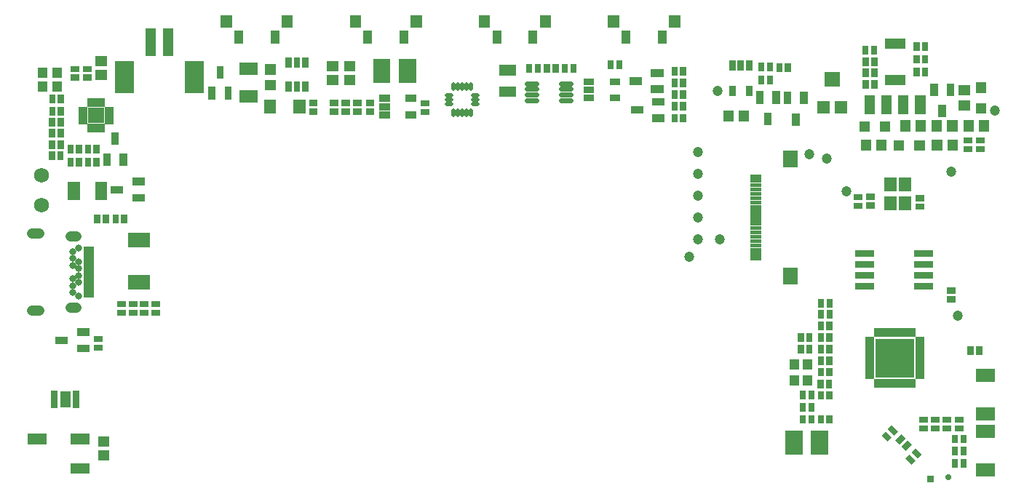
<source format=gts>
G04 Layer: TopSolderMaskLayer*
G04 EasyEDA v6.4.0, 2020-07-10T23:23:17+08:00*
G04 5139bd2fb7c3424f93626a165fee3374,4edbaba1ca844db583ca7d2d7efc84e2,10*
G04 Gerber Generator version 0.2*
G04 Scale: 100 percent, Rotated: No, Reflected: No *
G04 Dimensions in inches *
G04 leading zeros omitted , absolute positions ,2 integer and 4 decimal *
%FSLAX24Y24*%
%MOIN*%
G90*
G70D02*

%ADD87C,0.023748*%
%ADD88C,0.019024*%
%ADD89C,0.047370*%
%ADD96C,0.068000*%
%ADD103C,0.027685*%
%ADD127C,0.031622*%

%LPD*%
G54D87*
G01X23796Y20353D02*
G01X23382Y20353D01*
G01X23796Y20097D02*
G01X23382Y20097D01*
G01X23796Y19842D02*
G01X23382Y19842D01*
G01X23796Y19586D02*
G01X23382Y19586D01*
G01X25370Y19586D02*
G01X24957Y19586D01*
G01X25370Y19842D02*
G01X24957Y19842D01*
G01X25370Y20098D02*
G01X24957Y20098D01*
G01X25370Y20354D02*
G01X24957Y20354D01*
G54D88*
G01X20018Y18897D02*
G01X20018Y19102D01*
G01X20215Y18897D02*
G01X20215Y19102D01*
G01X20412Y18897D02*
G01X20412Y19102D01*
G01X20609Y18897D02*
G01X20609Y19102D01*
G01X20806Y18897D02*
G01X20806Y19102D01*
G01X20920Y19413D02*
G01X21124Y19413D01*
G01X20920Y19610D02*
G01X21124Y19610D01*
G01X20920Y19806D02*
G01X21124Y19806D01*
G01X20806Y20117D02*
G01X20806Y20322D01*
G01X20609Y20117D02*
G01X20609Y20322D01*
G01X20412Y20117D02*
G01X20412Y20322D01*
G01X20215Y20117D02*
G01X20215Y20322D01*
G01X20018Y20117D02*
G01X20018Y20322D01*
G01X19699Y19806D02*
G01X19904Y19806D01*
G01X19699Y19610D02*
G01X19904Y19610D01*
G01X19699Y19413D02*
G01X19904Y19413D01*
G54D89*
G01X2462Y10084D02*
G01X2738Y10084D01*
G01X714Y9942D02*
G01X1029Y9942D01*
G01X714Y13477D02*
G01X1029Y13477D01*
G01X2462Y13336D02*
G01X2738Y13336D01*
G36*
G01X42414Y4404D02*
G01X42414Y4681D01*
G01X42809Y4681D01*
G01X42809Y4404D01*
G01X42414Y4404D01*
G37*
G36*
G01X42414Y4797D02*
G01X42414Y5074D01*
G01X42809Y5074D01*
G01X42809Y4797D01*
G01X42414Y4797D01*
G37*
G36*
G01X16622Y19495D02*
G01X16622Y19831D01*
G01X17119Y19831D01*
G01X17119Y19495D01*
G01X16622Y19495D01*
G37*
G36*
G01X16622Y19121D02*
G01X16622Y19457D01*
G01X17119Y19457D01*
G01X17119Y19121D01*
G01X16622Y19121D01*
G37*
G36*
G01X16622Y18747D02*
G01X16622Y19083D01*
G01X17119Y19083D01*
G01X17119Y18747D01*
G01X16622Y18747D01*
G37*
G36*
G01X17803Y18747D02*
G01X17803Y19083D01*
G01X18301Y19083D01*
G01X18301Y18747D01*
G01X17803Y18747D01*
G37*
G36*
G01X17803Y19495D02*
G01X17803Y19831D01*
G01X18301Y19831D01*
G01X18301Y19495D01*
G01X17803Y19495D01*
G37*
G36*
G01X15994Y18924D02*
G01X15994Y19201D01*
G01X16389Y19201D01*
G01X16389Y18924D01*
G01X15994Y18924D01*
G37*
G36*
G01X15994Y19317D02*
G01X15994Y19594D01*
G01X16389Y19594D01*
G01X16389Y19317D01*
G01X15994Y19317D01*
G37*
G36*
G01X17517Y20377D02*
G01X17517Y21481D01*
G01X18305Y21481D01*
G01X18305Y20377D01*
G01X17517Y20377D01*
G37*
G36*
G01X16335Y20377D02*
G01X16335Y21481D01*
G01X17123Y21481D01*
G01X17123Y20377D01*
G01X16335Y20377D01*
G37*
G36*
G01X18514Y18904D02*
G01X18514Y19181D01*
G01X18909Y19181D01*
G01X18909Y18904D01*
G01X18514Y18904D01*
G37*
G36*
G01X18514Y19297D02*
G01X18514Y19574D01*
G01X18909Y19574D01*
G01X18909Y19297D01*
G01X18514Y19297D01*
G37*
G36*
G01X30389Y20175D02*
G01X30389Y20570D01*
G01X30666Y20570D01*
G01X30666Y20175D01*
G01X30389Y20175D01*
G37*
G36*
G01X29996Y20175D02*
G01X29996Y20570D01*
G01X30272Y20570D01*
G01X30272Y20175D01*
G01X29996Y20175D01*
G37*
G36*
G01X42836Y2741D02*
G01X42836Y3136D01*
G01X43113Y3136D01*
G01X43113Y2741D01*
G01X42836Y2741D01*
G37*
G36*
G01X43230Y2741D02*
G01X43230Y3136D01*
G01X43507Y3136D01*
G01X43507Y2741D01*
G01X43230Y2741D01*
G37*
G36*
G01X43230Y3302D02*
G01X43230Y3697D01*
G01X43507Y3697D01*
G01X43507Y3302D01*
G01X43230Y3302D01*
G37*
G36*
G01X42837Y3302D02*
G01X42837Y3697D01*
G01X43113Y3697D01*
G01X43113Y3302D01*
G01X42837Y3302D01*
G37*
G36*
G01X42836Y3861D02*
G01X42836Y4256D01*
G01X43113Y4256D01*
G01X43113Y3861D01*
G01X42836Y3861D01*
G37*
G36*
G01X43230Y3861D02*
G01X43230Y4256D01*
G01X43507Y4256D01*
G01X43507Y3861D01*
G01X43230Y3861D01*
G37*
G36*
G01X42614Y10717D02*
G01X42614Y10994D01*
G01X43009Y10994D01*
G01X43009Y10717D01*
G01X42614Y10717D01*
G37*
G36*
G01X42614Y10324D02*
G01X42614Y10601D01*
G01X43009Y10601D01*
G01X43009Y10324D01*
G01X42614Y10324D01*
G37*
G36*
G01X37090Y9052D02*
G01X37090Y9447D01*
G01X37367Y9447D01*
G01X37367Y9052D01*
G01X37090Y9052D01*
G37*
G36*
G01X36697Y9052D02*
G01X36697Y9447D01*
G01X36973Y9447D01*
G01X36973Y9052D01*
G01X36697Y9052D01*
G37*
G36*
G01X42964Y4404D02*
G01X42964Y4681D01*
G01X43359Y4681D01*
G01X43359Y4404D01*
G01X42964Y4404D01*
G37*
G36*
G01X42964Y4797D02*
G01X42964Y5074D01*
G01X43359Y5074D01*
G01X43359Y4797D01*
G01X42964Y4797D01*
G37*
G36*
G01X41273Y3161D02*
G01X40993Y3440D01*
G01X41189Y3636D01*
G01X41469Y3356D01*
G01X41273Y3161D01*
G37*
G36*
G01X40994Y2882D02*
G01X40715Y3162D01*
G01X40911Y3357D01*
G01X41190Y3078D01*
G01X40994Y2882D01*
G37*
G36*
G01X40451Y3801D02*
G01X40255Y3996D01*
G01X40534Y4276D01*
G01X40730Y4080D01*
G01X40451Y3801D01*
G37*
G36*
G01X40729Y3522D02*
G01X40534Y3718D01*
G01X40813Y3997D01*
G01X41009Y3802D01*
G01X40729Y3522D01*
G37*
G36*
G01X43557Y7921D02*
G01X43557Y8316D01*
G01X43833Y8316D01*
G01X43833Y7921D01*
G01X43557Y7921D01*
G37*
G36*
G01X43950Y7921D02*
G01X43950Y8316D01*
G01X44227Y8316D01*
G01X44227Y7921D01*
G01X43950Y7921D01*
G37*
G36*
G01X41354Y4797D02*
G01X41354Y5074D01*
G01X41749Y5074D01*
G01X41749Y4797D01*
G01X41354Y4797D01*
G37*
G36*
G01X41354Y4404D02*
G01X41354Y4681D01*
G01X41749Y4681D01*
G01X41749Y4404D01*
G01X41354Y4404D01*
G37*
G36*
G01X41884Y4797D02*
G01X41884Y5074D01*
G01X42279Y5074D01*
G01X42279Y4797D01*
G01X41884Y4797D01*
G37*
G36*
G01X41884Y4404D02*
G01X41884Y4681D01*
G01X42279Y4681D01*
G01X42279Y4404D01*
G01X41884Y4404D01*
G37*
G36*
G01X36270Y5326D02*
G01X36270Y5721D01*
G01X36547Y5721D01*
G01X36547Y5326D01*
G01X36270Y5326D01*
G37*
G36*
G01X35876Y5326D02*
G01X35876Y5721D01*
G01X36153Y5721D01*
G01X36153Y5326D01*
G01X35876Y5326D01*
G37*
G36*
G01X36697Y4761D02*
G01X36697Y5156D01*
G01X36973Y5156D01*
G01X36973Y4761D01*
G01X36697Y4761D01*
G37*
G36*
G01X37090Y4761D02*
G01X37090Y5156D01*
G01X37367Y5156D01*
G01X37367Y4761D01*
G01X37090Y4761D01*
G37*
G36*
G01X37006Y20209D02*
G01X37006Y20889D01*
G01X37716Y20889D01*
G01X37716Y20209D01*
G01X37006Y20209D01*
G37*
G36*
G01X37478Y18993D02*
G01X37478Y19546D01*
G01X38031Y19546D01*
G01X38031Y18993D01*
G01X37478Y18993D01*
G37*
G36*
G01X36691Y18993D02*
G01X36691Y19546D01*
G01X37244Y19546D01*
G01X37244Y18993D01*
G01X36691Y18993D01*
G37*
G36*
G01X3557Y13951D02*
G01X3557Y14346D01*
G01X3833Y14346D01*
G01X3833Y13951D01*
G01X3557Y13951D01*
G37*
G36*
G01X3950Y13951D02*
G01X3950Y14346D01*
G01X4227Y14346D01*
G01X4227Y13951D01*
G01X3950Y13951D01*
G37*
G36*
G01X5657Y9704D02*
G01X5657Y9980D01*
G01X6052Y9980D01*
G01X6052Y9704D01*
G01X5657Y9704D01*
G37*
G36*
G01X5657Y10097D02*
G01X5657Y10374D01*
G01X6052Y10374D01*
G01X6052Y10097D01*
G01X5657Y10097D01*
G37*
G36*
G01X5131Y9704D02*
G01X5131Y9980D01*
G01X5526Y9980D01*
G01X5526Y9704D01*
G01X5131Y9704D01*
G37*
G36*
G01X5131Y10097D02*
G01X5131Y10374D01*
G01X5526Y10374D01*
G01X5526Y10097D01*
G01X5131Y10097D01*
G37*
G36*
G01X37090Y7989D02*
G01X37090Y8384D01*
G01X37367Y8384D01*
G01X37367Y7989D01*
G01X37090Y7989D01*
G37*
G36*
G01X36696Y7989D02*
G01X36696Y8384D01*
G01X36973Y8384D01*
G01X36973Y7989D01*
G01X36696Y7989D01*
G37*
G36*
G01X37090Y8520D02*
G01X37090Y8915D01*
G01X37367Y8915D01*
G01X37367Y8520D01*
G01X37090Y8520D01*
G37*
G36*
G01X36696Y8520D02*
G01X36696Y8915D01*
G01X36973Y8915D01*
G01X36973Y8520D01*
G01X36696Y8520D01*
G37*
G36*
G01X30390Y19636D02*
G01X30390Y20031D01*
G01X30667Y20031D01*
G01X30667Y19636D01*
G01X30390Y19636D01*
G37*
G36*
G01X29996Y19636D02*
G01X29996Y20031D01*
G01X30273Y20031D01*
G01X30273Y19636D01*
G01X29996Y19636D01*
G37*
G36*
G01X30390Y18561D02*
G01X30390Y18956D01*
G01X30667Y18956D01*
G01X30667Y18561D01*
G01X30390Y18561D01*
G37*
G36*
G01X29996Y18561D02*
G01X29996Y18956D01*
G01X30273Y18956D01*
G01X30273Y18561D01*
G01X29996Y18561D01*
G37*
G36*
G01X30390Y19099D02*
G01X30390Y19494D01*
G01X30667Y19494D01*
G01X30667Y19099D01*
G01X30390Y19099D01*
G37*
G36*
G01X29996Y19099D02*
G01X29996Y19494D01*
G01X30273Y19494D01*
G01X30273Y19099D01*
G01X29996Y19099D01*
G37*
G36*
G01X41164Y14564D02*
G01X41164Y14840D01*
G01X41559Y14840D01*
G01X41559Y14564D01*
G01X41164Y14564D01*
G37*
G36*
G01X41164Y14957D02*
G01X41164Y15234D01*
G01X41559Y15234D01*
G01X41559Y14957D01*
G01X41164Y14957D01*
G37*
G36*
G01X33976Y20901D02*
G01X33976Y21296D01*
G01X34253Y21296D01*
G01X34253Y20901D01*
G01X33976Y20901D01*
G37*
G36*
G01X34370Y20901D02*
G01X34370Y21296D01*
G01X34647Y21296D01*
G01X34647Y20901D01*
G01X34370Y20901D01*
G37*
G36*
G01X4790Y13952D02*
G01X4790Y14347D01*
G01X5067Y14347D01*
G01X5067Y13952D01*
G01X4790Y13952D01*
G37*
G36*
G01X4397Y13952D02*
G01X4397Y14347D01*
G01X4673Y14347D01*
G01X4673Y13952D01*
G01X4397Y13952D01*
G37*
G36*
G01X38347Y15007D02*
G01X38347Y15284D01*
G01X38742Y15284D01*
G01X38742Y15007D01*
G01X38347Y15007D01*
G37*
G36*
G01X38347Y14614D02*
G01X38347Y14890D01*
G01X38742Y14890D01*
G01X38742Y14614D01*
G01X38347Y14614D01*
G37*
G36*
G01X27460Y21011D02*
G01X27460Y21406D01*
G01X27737Y21406D01*
G01X27737Y21011D01*
G01X27460Y21011D01*
G37*
G36*
G01X27066Y21011D02*
G01X27066Y21406D01*
G01X27343Y21406D01*
G01X27343Y21011D01*
G01X27066Y21011D01*
G37*
G36*
G01X3127Y16541D02*
G01X3127Y16936D01*
G01X3403Y16936D01*
G01X3403Y16541D01*
G01X3127Y16541D01*
G37*
G36*
G01X3520Y16541D02*
G01X3520Y16936D01*
G01X3797Y16936D01*
G01X3797Y16541D01*
G01X3520Y16541D01*
G37*
G36*
G01X2327Y17141D02*
G01X2327Y17536D01*
G01X2603Y17536D01*
G01X2603Y17141D01*
G01X2327Y17141D01*
G37*
G36*
G01X2720Y17141D02*
G01X2720Y17536D01*
G01X2997Y17536D01*
G01X2997Y17141D01*
G01X2720Y17141D01*
G37*
G36*
G01X14344Y19317D02*
G01X14344Y19594D01*
G01X14739Y19594D01*
G01X14739Y19317D01*
G01X14344Y19317D01*
G37*
G36*
G01X14344Y18924D02*
G01X14344Y19201D01*
G01X14739Y19201D01*
G01X14739Y18924D01*
G01X14344Y18924D01*
G37*
G36*
G01X3127Y17141D02*
G01X3127Y17536D01*
G01X3403Y17536D01*
G01X3403Y17141D01*
G01X3127Y17141D01*
G37*
G36*
G01X3520Y17141D02*
G01X3520Y17536D01*
G01X3797Y17536D01*
G01X3797Y17141D01*
G01X3520Y17141D01*
G37*
G36*
G01X2720Y16542D02*
G01X2720Y16937D01*
G01X2997Y16937D01*
G01X2997Y16542D01*
G01X2720Y16542D01*
G37*
G36*
G01X2327Y16542D02*
G01X2327Y16937D01*
G01X2603Y16937D01*
G01X2603Y16542D01*
G01X2327Y16542D01*
G37*
G36*
G01X1890Y19442D02*
G01X1890Y19837D01*
G01X2167Y19837D01*
G01X2167Y19442D01*
G01X1890Y19442D01*
G37*
G36*
G01X1497Y19442D02*
G01X1497Y19837D01*
G01X1773Y19837D01*
G01X1773Y19442D01*
G01X1497Y19442D01*
G37*
G36*
G01X13394Y18924D02*
G01X13394Y19201D01*
G01X13789Y19201D01*
G01X13789Y18924D01*
G01X13394Y18924D01*
G37*
G36*
G01X13394Y19317D02*
G01X13394Y19594D01*
G01X13789Y19594D01*
G01X13789Y19317D01*
G01X13394Y19317D01*
G37*
G36*
G01X14884Y19317D02*
G01X14884Y19594D01*
G01X15279Y19594D01*
G01X15279Y19317D01*
G01X14884Y19317D01*
G37*
G36*
G01X14884Y18924D02*
G01X14884Y19201D01*
G01X15279Y19201D01*
G01X15279Y18924D01*
G01X14884Y18924D01*
G37*
G36*
G01X15424Y19317D02*
G01X15424Y19594D01*
G01X15819Y19594D01*
G01X15819Y19317D01*
G01X15424Y19317D01*
G37*
G36*
G01X15424Y18924D02*
G01X15424Y19201D01*
G01X15819Y19201D01*
G01X15819Y18924D01*
G01X15424Y18924D01*
G37*
G54D96*
G01X1151Y16128D03*
G01X1151Y14790D03*
G36*
G01X11375Y20756D02*
G01X11375Y21230D01*
G01X11888Y21230D01*
G01X11888Y20756D01*
G01X11375Y20756D01*
G37*
G36*
G01X11375Y20048D02*
G01X11375Y20521D01*
G01X11888Y20521D01*
G01X11888Y20048D01*
G01X11375Y20048D01*
G37*
G36*
G01X2345Y15015D02*
G01X2345Y15843D01*
G01X2897Y15843D01*
G01X2897Y15015D01*
G01X2345Y15015D01*
G37*
G36*
G01X3605Y15015D02*
G01X3605Y15843D01*
G01X4157Y15843D01*
G01X4157Y15015D01*
G01X3605Y15015D01*
G37*
G36*
G01X10197Y19483D02*
G01X10197Y20035D01*
G01X11025Y20035D01*
G01X11025Y19483D01*
G01X10197Y19483D01*
G37*
G36*
G01X10197Y20743D02*
G01X10197Y21295D01*
G01X11025Y21295D01*
G01X11025Y20743D01*
G01X10197Y20743D01*
G37*
G36*
G01X24971Y20851D02*
G01X24971Y21246D01*
G01X25247Y21246D01*
G01X25247Y20851D01*
G01X24971Y20851D01*
G37*
G36*
G01X25364Y20851D02*
G01X25364Y21246D01*
G01X25641Y21246D01*
G01X25641Y20851D01*
G01X25364Y20851D01*
G37*
G36*
G01X23735Y20852D02*
G01X23735Y21247D01*
G01X24012Y21247D01*
G01X24012Y20852D01*
G01X23735Y20852D01*
G37*
G36*
G01X23342Y20852D02*
G01X23342Y21247D01*
G01X23618Y21247D01*
G01X23618Y20852D01*
G01X23342Y20852D01*
G37*
G36*
G01X1880Y16842D02*
G01X1880Y17237D01*
G01X2157Y17237D01*
G01X2157Y16842D01*
G01X1880Y16842D01*
G37*
G36*
G01X1487Y16842D02*
G01X1487Y17237D01*
G01X1763Y17237D01*
G01X1763Y16842D01*
G01X1487Y16842D01*
G37*
G36*
G01X2484Y20488D02*
G01X2484Y20765D01*
G01X2879Y20765D01*
G01X2879Y20488D01*
G01X2484Y20488D01*
G37*
G36*
G01X2484Y20881D02*
G01X2484Y21158D01*
G01X2879Y21158D01*
G01X2879Y20881D01*
G01X2484Y20881D01*
G37*
G36*
G01X35787Y7971D02*
G01X35787Y8366D01*
G01X36063Y8366D01*
G01X36063Y7971D01*
G01X35787Y7971D01*
G37*
G36*
G01X36180Y7971D02*
G01X36180Y8366D01*
G01X36457Y8366D01*
G01X36457Y7971D01*
G01X36180Y7971D01*
G37*
G36*
G01X35787Y8511D02*
G01X35787Y8906D01*
G01X36063Y8906D01*
G01X36063Y8511D01*
G01X35787Y8511D01*
G37*
G36*
G01X36180Y8511D02*
G01X36180Y8906D01*
G01X36457Y8906D01*
G01X36457Y8511D01*
G01X36180Y8511D01*
G37*
G36*
G01X24157Y20851D02*
G01X24157Y21246D01*
G01X24433Y21246D01*
G01X24433Y20851D01*
G01X24157Y20851D01*
G37*
G36*
G01X24550Y20851D02*
G01X24550Y21246D01*
G01X24827Y21246D01*
G01X24827Y20851D01*
G01X24550Y20851D01*
G37*
G36*
G01X1884Y18380D02*
G01X1884Y18775D01*
G01X2161Y18775D01*
G01X2161Y18380D01*
G01X1884Y18380D01*
G37*
G36*
G01X1491Y18380D02*
G01X1491Y18775D01*
G01X1767Y18775D01*
G01X1767Y18380D01*
G01X1491Y18380D01*
G37*
G36*
G01X1884Y17866D02*
G01X1884Y18261D01*
G01X2161Y18261D01*
G01X2161Y17866D01*
G01X1884Y17866D01*
G37*
G36*
G01X1491Y17866D02*
G01X1491Y18261D01*
G01X1767Y18261D01*
G01X1767Y17866D01*
G01X1491Y17866D01*
G37*
G36*
G01X1884Y17352D02*
G01X1884Y17747D01*
G01X2161Y17747D01*
G01X2161Y17352D01*
G01X1884Y17352D01*
G37*
G36*
G01X1491Y17352D02*
G01X1491Y17747D01*
G01X1767Y17747D01*
G01X1767Y17352D01*
G01X1491Y17352D01*
G37*
G36*
G01X1885Y18893D02*
G01X1885Y19288D01*
G01X2162Y19288D01*
G01X2162Y18893D01*
G01X1885Y18893D01*
G37*
G36*
G01X1492Y18893D02*
G01X1492Y19288D01*
G01X1768Y19288D01*
G01X1768Y18893D01*
G01X1492Y18893D01*
G37*
G36*
G01X14995Y20277D02*
G01X14995Y20751D01*
G01X15508Y20751D01*
G01X15508Y20277D01*
G01X14995Y20277D01*
G37*
G36*
G01X14995Y20907D02*
G01X14995Y21381D01*
G01X15508Y21381D01*
G01X15508Y20907D01*
G01X14995Y20907D01*
G37*
G36*
G01X14215Y20907D02*
G01X14215Y21381D01*
G01X14728Y21381D01*
G01X14728Y20907D01*
G01X14215Y20907D01*
G37*
G36*
G01X14215Y20277D02*
G01X14215Y20751D01*
G01X14728Y20751D01*
G01X14728Y20277D01*
G01X14215Y20277D01*
G37*
G36*
G01X3544Y8507D02*
G01X3544Y8784D01*
G01X3939Y8784D01*
G01X3939Y8507D01*
G01X3544Y8507D01*
G37*
G36*
G01X3544Y8114D02*
G01X3544Y8391D01*
G01X3939Y8391D01*
G01X3939Y8114D01*
G01X3544Y8114D01*
G37*
G36*
G01X3735Y3067D02*
G01X3735Y3541D01*
G01X4248Y3541D01*
G01X4248Y3067D01*
G01X3735Y3067D01*
G37*
G36*
G01X3735Y3697D02*
G01X3735Y4171D01*
G01X4248Y4171D01*
G01X4248Y3697D01*
G01X3735Y3697D01*
G37*
G36*
G01X3615Y20507D02*
G01X3615Y20981D01*
G01X4128Y20981D01*
G01X4128Y20507D01*
G01X3615Y20507D01*
G37*
G36*
G01X3615Y21137D02*
G01X3615Y21611D01*
G01X4128Y21611D01*
G01X4128Y21137D01*
G01X3615Y21137D01*
G37*
G36*
G01X4604Y9704D02*
G01X4604Y9981D01*
G01X4999Y9981D01*
G01X4999Y9704D01*
G01X4604Y9704D01*
G37*
G36*
G01X4604Y10097D02*
G01X4604Y10374D01*
G01X4999Y10374D01*
G01X4999Y10097D01*
G01X4604Y10097D01*
G37*
G36*
G01X6184Y9704D02*
G01X6184Y9981D01*
G01X6579Y9981D01*
G01X6579Y9704D01*
G01X6184Y9704D01*
G37*
G36*
G01X6184Y10097D02*
G01X6184Y10374D01*
G01X6579Y10374D01*
G01X6579Y10097D01*
G01X6184Y10097D01*
G37*
G36*
G01X5895Y12829D02*
G01X5895Y13499D01*
G01X6095Y13499D01*
G01X6095Y12829D01*
G01X5895Y12829D01*
G37*
G36*
G01X5698Y12829D02*
G01X5698Y13499D01*
G01X5898Y13499D01*
G01X5898Y12829D01*
G01X5698Y12829D01*
G37*
G36*
G01X5501Y12829D02*
G01X5501Y13499D01*
G01X5701Y13499D01*
G01X5701Y12829D01*
G01X5501Y12829D01*
G37*
G36*
G01X5304Y12829D02*
G01X5304Y13499D01*
G01X5504Y13499D01*
G01X5504Y12829D01*
G01X5304Y12829D01*
G37*
G36*
G01X5107Y12829D02*
G01X5107Y13499D01*
G01X5307Y13499D01*
G01X5307Y12829D01*
G01X5107Y12829D01*
G37*
G36*
G01X5107Y10899D02*
G01X5107Y11569D01*
G01X5307Y11569D01*
G01X5307Y10899D01*
G01X5107Y10899D01*
G37*
G36*
G01X5304Y10899D02*
G01X5304Y11569D01*
G01X5504Y11569D01*
G01X5504Y10899D01*
G01X5304Y10899D01*
G37*
G36*
G01X5501Y10899D02*
G01X5501Y11569D01*
G01X5701Y11569D01*
G01X5701Y10899D01*
G01X5501Y10899D01*
G37*
G36*
G01X5698Y10899D02*
G01X5698Y11569D01*
G01X5898Y11569D01*
G01X5898Y10899D01*
G01X5698Y10899D01*
G37*
G36*
G01X5895Y10899D02*
G01X5895Y11569D01*
G01X6095Y11569D01*
G01X6095Y10899D01*
G01X5895Y10899D01*
G37*
G54D89*
G01X37105Y16910D03*
G01X36305Y17110D03*
G01X32105Y20010D03*
G01X31205Y13210D03*
G01X31205Y15210D03*
G01X38005Y15410D03*
G01X31205Y14210D03*
G01X31205Y17210D03*
G01X32205Y13210D03*
G01X43105Y9710D03*
G01X30805Y12410D03*
G01X44805Y19110D03*
G01X42805Y16310D03*
G01X31205Y16210D03*
G36*
G01X3039Y20488D02*
G01X3039Y20765D01*
G01X3434Y20765D01*
G01X3434Y20488D01*
G01X3039Y20488D01*
G37*
G36*
G01X3039Y20881D02*
G01X3039Y21158D01*
G01X3434Y21158D01*
G01X3434Y20881D01*
G01X3039Y20881D01*
G37*
G36*
G01X30390Y20712D02*
G01X30390Y21107D01*
G01X30667Y21107D01*
G01X30667Y20712D01*
G01X30390Y20712D01*
G37*
G36*
G01X29996Y20712D02*
G01X29996Y21107D01*
G01X30273Y21107D01*
G01X30273Y20712D01*
G01X29996Y20712D01*
G37*
G36*
G01X37100Y10092D02*
G01X37100Y10487D01*
G01X37377Y10487D01*
G01X37377Y10092D01*
G01X37100Y10092D01*
G37*
G36*
G01X36706Y10092D02*
G01X36706Y10487D01*
G01X36983Y10487D01*
G01X36983Y10092D01*
G01X36706Y10092D01*
G37*
G36*
G01X37100Y9572D02*
G01X37100Y9967D01*
G01X37377Y9967D01*
G01X37377Y9572D01*
G01X37100Y9572D01*
G37*
G36*
G01X36706Y9572D02*
G01X36706Y9967D01*
G01X36983Y9967D01*
G01X36983Y9572D01*
G01X36706Y9572D01*
G37*
G36*
G01X40420Y14550D02*
G01X40420Y15182D01*
G01X40972Y15182D01*
G01X40972Y14550D01*
G01X40420Y14550D01*
G37*
G36*
G01X40420Y15417D02*
G01X40420Y16048D01*
G01X40972Y16048D01*
G01X40972Y15417D01*
G01X40420Y15417D01*
G37*
G36*
G01X39751Y15417D02*
G01X39751Y16048D01*
G01X40303Y16048D01*
G01X40303Y15417D01*
G01X39751Y15417D01*
G37*
G36*
G01X39751Y14550D02*
G01X39751Y15182D01*
G01X40303Y15182D01*
G01X40303Y14550D01*
G01X39751Y14550D01*
G37*
G36*
G01X38897Y15017D02*
G01X38897Y15294D01*
G01X39292Y15294D01*
G01X39292Y15017D01*
G01X38897Y15017D01*
G37*
G36*
G01X38897Y14624D02*
G01X38897Y14901D01*
G01X39292Y14901D01*
G01X39292Y14624D01*
G01X38897Y14624D01*
G37*
G36*
G01X41719Y2092D02*
G01X41719Y2369D01*
G01X41996Y2369D01*
G01X41996Y2092D01*
G01X41719Y2092D01*
G37*
G54D103*
G01X42685Y2310D03*
G36*
G01X35876Y5872D02*
G01X35876Y6267D01*
G01X36153Y6267D01*
G01X36153Y5872D01*
G01X35876Y5872D01*
G37*
G36*
G01X36270Y5872D02*
G01X36270Y6267D01*
G01X36547Y6267D01*
G01X36547Y5872D01*
G01X36270Y5872D01*
G37*
G36*
G01X35876Y4762D02*
G01X35876Y5157D01*
G01X36153Y5157D01*
G01X36153Y4762D01*
G01X35876Y4762D01*
G37*
G36*
G01X36270Y4762D02*
G01X36270Y5157D01*
G01X36547Y5157D01*
G01X36547Y4762D01*
G01X36270Y4762D01*
G37*
G36*
G01X37091Y5865D02*
G01X37091Y6260D01*
G01X37367Y6260D01*
G01X37367Y5865D01*
G01X37091Y5865D01*
G37*
G36*
G01X36697Y5865D02*
G01X36697Y6260D01*
G01X36974Y6260D01*
G01X36974Y5865D01*
G01X36697Y5865D01*
G37*
G36*
G01X37080Y6382D02*
G01X37080Y6777D01*
G01X37357Y6777D01*
G01X37357Y6382D01*
G01X37080Y6382D01*
G37*
G36*
G01X36686Y6382D02*
G01X36686Y6777D01*
G01X36963Y6777D01*
G01X36963Y6382D01*
G01X36686Y6382D01*
G37*
G36*
G01X36697Y6927D02*
G01X36697Y7322D01*
G01X36974Y7322D01*
G01X36974Y6927D01*
G01X36697Y6927D01*
G37*
G36*
G01X37091Y6927D02*
G01X37091Y7322D01*
G01X37368Y7322D01*
G01X37368Y6927D01*
G01X37091Y6927D01*
G37*
G36*
G01X36697Y7458D02*
G01X36697Y7853D01*
G01X36974Y7853D01*
G01X36974Y7458D01*
G01X36697Y7458D01*
G37*
G36*
G01X37091Y7458D02*
G01X37091Y7853D01*
G01X37368Y7853D01*
G01X37368Y7458D01*
G01X37091Y7458D01*
G37*
G36*
G01X39261Y6412D02*
G01X39261Y6807D01*
G01X39441Y6807D01*
G01X39441Y6412D01*
G01X39261Y6412D01*
G37*
G36*
G01X39421Y6412D02*
G01X39421Y6807D01*
G01X39601Y6807D01*
G01X39601Y6412D01*
G01X39421Y6412D01*
G37*
G36*
G01X39581Y6412D02*
G01X39581Y6807D01*
G01X39761Y6807D01*
G01X39761Y6412D01*
G01X39581Y6412D01*
G37*
G36*
G01X39741Y6412D02*
G01X39741Y6807D01*
G01X39921Y6807D01*
G01X39921Y6412D01*
G01X39741Y6412D01*
G37*
G36*
G01X39891Y6412D02*
G01X39891Y6807D01*
G01X40071Y6807D01*
G01X40071Y6412D01*
G01X39891Y6412D01*
G37*
G36*
G01X40051Y6412D02*
G01X40051Y6807D01*
G01X40231Y6807D01*
G01X40231Y6412D01*
G01X40051Y6412D01*
G37*
G36*
G01X40211Y6412D02*
G01X40211Y6807D01*
G01X40391Y6807D01*
G01X40391Y6412D01*
G01X40211Y6412D01*
G37*
G36*
G01X40371Y6412D02*
G01X40371Y6807D01*
G01X40551Y6807D01*
G01X40551Y6412D01*
G01X40371Y6412D01*
G37*
G36*
G01X40521Y6412D02*
G01X40521Y6807D01*
G01X40701Y6807D01*
G01X40701Y6412D01*
G01X40521Y6412D01*
G37*
G36*
G01X40681Y6412D02*
G01X40681Y6807D01*
G01X40861Y6807D01*
G01X40861Y6412D01*
G01X40681Y6412D01*
G37*
G36*
G01X40841Y6412D02*
G01X40841Y6807D01*
G01X41021Y6807D01*
G01X41021Y6412D01*
G01X40841Y6412D01*
G37*
G36*
G01X41001Y6412D02*
G01X41001Y6807D01*
G01X41181Y6807D01*
G01X41181Y6412D01*
G01X41001Y6412D01*
G37*
G36*
G01X41184Y6809D02*
G01X41184Y6989D01*
G01X41579Y6989D01*
G01X41579Y6809D01*
G01X41184Y6809D01*
G37*
G36*
G01X41184Y6969D02*
G01X41184Y7149D01*
G01X41579Y7149D01*
G01X41579Y6969D01*
G01X41184Y6969D01*
G37*
G36*
G01X41184Y7129D02*
G01X41184Y7309D01*
G01X41579Y7309D01*
G01X41579Y7129D01*
G01X41184Y7129D01*
G37*
G36*
G01X41184Y7289D02*
G01X41184Y7469D01*
G01X41579Y7469D01*
G01X41579Y7289D01*
G01X41184Y7289D01*
G37*
G36*
G01X41184Y7439D02*
G01X41184Y7619D01*
G01X41579Y7619D01*
G01X41579Y7439D01*
G01X41184Y7439D01*
G37*
G36*
G01X41184Y7599D02*
G01X41184Y7779D01*
G01X41579Y7779D01*
G01X41579Y7599D01*
G01X41184Y7599D01*
G37*
G36*
G01X41184Y7759D02*
G01X41184Y7939D01*
G01X41579Y7939D01*
G01X41579Y7759D01*
G01X41184Y7759D01*
G37*
G36*
G01X41184Y7919D02*
G01X41184Y8099D01*
G01X41579Y8099D01*
G01X41579Y7919D01*
G01X41184Y7919D01*
G37*
G36*
G01X41184Y8069D02*
G01X41184Y8249D01*
G01X41579Y8249D01*
G01X41579Y8069D01*
G01X41184Y8069D01*
G37*
G36*
G01X41184Y8229D02*
G01X41184Y8409D01*
G01X41579Y8409D01*
G01X41579Y8229D01*
G01X41184Y8229D01*
G37*
G36*
G01X41184Y8389D02*
G01X41184Y8569D01*
G01X41579Y8569D01*
G01X41579Y8389D01*
G01X41184Y8389D01*
G37*
G36*
G01X41184Y8549D02*
G01X41184Y8729D01*
G01X41579Y8729D01*
G01X41579Y8549D01*
G01X41184Y8549D01*
G37*
G36*
G01X41001Y8732D02*
G01X41001Y9127D01*
G01X41181Y9127D01*
G01X41181Y8732D01*
G01X41001Y8732D01*
G37*
G36*
G01X40841Y8732D02*
G01X40841Y9127D01*
G01X41021Y9127D01*
G01X41021Y8732D01*
G01X40841Y8732D01*
G37*
G36*
G01X40681Y8732D02*
G01X40681Y9127D01*
G01X40861Y9127D01*
G01X40861Y8732D01*
G01X40681Y8732D01*
G37*
G36*
G01X40521Y8732D02*
G01X40521Y9127D01*
G01X40701Y9127D01*
G01X40701Y8732D01*
G01X40521Y8732D01*
G37*
G36*
G01X40371Y8732D02*
G01X40371Y9127D01*
G01X40551Y9127D01*
G01X40551Y8732D01*
G01X40371Y8732D01*
G37*
G36*
G01X40211Y8732D02*
G01X40211Y9127D01*
G01X40391Y9127D01*
G01X40391Y8732D01*
G01X40211Y8732D01*
G37*
G36*
G01X40051Y8732D02*
G01X40051Y9127D01*
G01X40231Y9127D01*
G01X40231Y8732D01*
G01X40051Y8732D01*
G37*
G36*
G01X39891Y8732D02*
G01X39891Y9127D01*
G01X40071Y9127D01*
G01X40071Y8732D01*
G01X39891Y8732D01*
G37*
G36*
G01X39741Y8732D02*
G01X39741Y9127D01*
G01X39921Y9127D01*
G01X39921Y8732D01*
G01X39741Y8732D01*
G37*
G36*
G01X39581Y8732D02*
G01X39581Y9127D01*
G01X39761Y9127D01*
G01X39761Y8732D01*
G01X39581Y8732D01*
G37*
G36*
G01X39421Y8732D02*
G01X39421Y9127D01*
G01X39601Y9127D01*
G01X39601Y8732D01*
G01X39421Y8732D01*
G37*
G36*
G01X39261Y8732D02*
G01X39261Y9127D01*
G01X39441Y9127D01*
G01X39441Y8732D01*
G01X39261Y8732D01*
G37*
G36*
G01X38864Y8549D02*
G01X38864Y8729D01*
G01X39259Y8729D01*
G01X39259Y8549D01*
G01X38864Y8549D01*
G37*
G36*
G01X38864Y8389D02*
G01X38864Y8569D01*
G01X39259Y8569D01*
G01X39259Y8389D01*
G01X38864Y8389D01*
G37*
G36*
G01X38864Y8229D02*
G01X38864Y8409D01*
G01X39259Y8409D01*
G01X39259Y8229D01*
G01X38864Y8229D01*
G37*
G36*
G01X38864Y8069D02*
G01X38864Y8249D01*
G01X39259Y8249D01*
G01X39259Y8069D01*
G01X38864Y8069D01*
G37*
G36*
G01X38864Y7919D02*
G01X38864Y8099D01*
G01X39259Y8099D01*
G01X39259Y7919D01*
G01X38864Y7919D01*
G37*
G36*
G01X38864Y7759D02*
G01X38864Y7939D01*
G01X39259Y7939D01*
G01X39259Y7759D01*
G01X38864Y7759D01*
G37*
G36*
G01X38864Y7599D02*
G01X38864Y7779D01*
G01X39259Y7779D01*
G01X39259Y7599D01*
G01X38864Y7599D01*
G37*
G36*
G01X38864Y7439D02*
G01X38864Y7619D01*
G01X39259Y7619D01*
G01X39259Y7439D01*
G01X38864Y7439D01*
G37*
G36*
G01X38864Y7289D02*
G01X38864Y7469D01*
G01X39259Y7469D01*
G01X39259Y7289D01*
G01X38864Y7289D01*
G37*
G36*
G01X38864Y7129D02*
G01X38864Y7309D01*
G01X39259Y7309D01*
G01X39259Y7129D01*
G01X38864Y7129D01*
G37*
G36*
G01X38864Y6969D02*
G01X38864Y7149D01*
G01X39259Y7149D01*
G01X39259Y6969D01*
G01X38864Y6969D01*
G37*
G36*
G01X38864Y6809D02*
G01X38864Y6989D01*
G01X39259Y6989D01*
G01X39259Y6809D01*
G01X38864Y6809D01*
G37*
G36*
G01X39335Y6883D02*
G01X39335Y8656D01*
G01X41108Y8656D01*
G01X41108Y6883D01*
G01X39335Y6883D01*
G37*
G36*
G01X22092Y20724D02*
G01X22092Y21198D01*
G01X22881Y21198D01*
G01X22881Y20724D01*
G01X22092Y20724D01*
G37*
G36*
G01X22092Y19740D02*
G01X22092Y20214D01*
G01X22881Y20214D01*
G01X22881Y19740D01*
G01X22092Y19740D01*
G37*
G36*
G01X12319Y21073D02*
G01X12319Y21547D01*
G01X12615Y21547D01*
G01X12615Y21073D01*
G01X12319Y21073D01*
G37*
G36*
G01X12693Y21073D02*
G01X12693Y21547D01*
G01X12989Y21547D01*
G01X12989Y21073D01*
G01X12693Y21073D01*
G37*
G36*
G01X13067Y21073D02*
G01X13067Y21547D01*
G01X13363Y21547D01*
G01X13363Y21073D01*
G01X13067Y21073D01*
G37*
G36*
G01X13067Y19971D02*
G01X13067Y20445D01*
G01X13363Y20445D01*
G01X13363Y19971D01*
G01X13067Y19971D01*
G37*
G36*
G01X12693Y19971D02*
G01X12693Y20445D01*
G01X12989Y20445D01*
G01X12989Y19971D01*
G01X12693Y19971D01*
G37*
G36*
G01X12319Y19971D02*
G01X12319Y20445D01*
G01X12615Y20445D01*
G01X12615Y19971D01*
G01X12319Y19971D01*
G37*
G36*
G01X43384Y17214D02*
G01X43384Y17491D01*
G01X43779Y17491D01*
G01X43779Y17214D01*
G01X43384Y17214D01*
G37*
G36*
G01X43384Y17608D02*
G01X43384Y17884D01*
G01X43779Y17884D01*
G01X43779Y17608D01*
G01X43384Y17608D01*
G37*
G36*
G01X28073Y20281D02*
G01X28073Y20637D01*
G01X28645Y20637D01*
G01X28645Y20281D01*
G01X28073Y20281D01*
G37*
G36*
G01X29057Y20655D02*
G01X29057Y21011D01*
G01X29629Y21011D01*
G01X29629Y20655D01*
G01X29057Y20655D01*
G37*
G36*
G01X29057Y19907D02*
G01X29057Y20263D01*
G01X29629Y20263D01*
G01X29629Y19907D01*
G01X29057Y19907D01*
G37*
G36*
G01X4034Y18485D02*
G01X4034Y18663D01*
G01X4429Y18663D01*
G01X4429Y18485D01*
G01X4034Y18485D01*
G37*
G36*
G01X4034Y18642D02*
G01X4034Y18821D01*
G01X4429Y18821D01*
G01X4429Y18642D01*
G01X4034Y18642D01*
G37*
G36*
G01X4034Y18800D02*
G01X4034Y18978D01*
G01X4429Y18978D01*
G01X4429Y18800D01*
G01X4034Y18800D01*
G37*
G36*
G01X4034Y18957D02*
G01X4034Y19136D01*
G01X4429Y19136D01*
G01X4429Y18957D01*
G01X4034Y18957D01*
G37*
G36*
G01X4034Y19115D02*
G01X4034Y19293D01*
G01X4429Y19293D01*
G01X4429Y19115D01*
G01X4034Y19115D01*
G37*
G36*
G01X3867Y19282D02*
G01X3867Y19677D01*
G01X4045Y19677D01*
G01X4045Y19282D01*
G01X3867Y19282D01*
G37*
G36*
G01X3709Y19282D02*
G01X3709Y19677D01*
G01X3888Y19677D01*
G01X3888Y19282D01*
G01X3709Y19282D01*
G37*
G36*
G01X3552Y19282D02*
G01X3552Y19677D01*
G01X3730Y19677D01*
G01X3730Y19282D01*
G01X3552Y19282D01*
G37*
G36*
G01X3394Y19282D02*
G01X3394Y19677D01*
G01X3573Y19677D01*
G01X3573Y19282D01*
G01X3394Y19282D01*
G37*
G36*
G01X3237Y19282D02*
G01X3237Y19677D01*
G01X3415Y19677D01*
G01X3415Y19282D01*
G01X3237Y19282D01*
G37*
G36*
G01X2853Y19115D02*
G01X2853Y19293D01*
G01X3248Y19293D01*
G01X3248Y19115D01*
G01X2853Y19115D01*
G37*
G36*
G01X2853Y18957D02*
G01X2853Y19136D01*
G01X3248Y19136D01*
G01X3248Y18957D01*
G01X2853Y18957D01*
G37*
G36*
G01X2853Y18800D02*
G01X2853Y18978D01*
G01X3248Y18978D01*
G01X3248Y18800D01*
G01X2853Y18800D01*
G37*
G36*
G01X2853Y18642D02*
G01X2853Y18821D01*
G01X3248Y18821D01*
G01X3248Y18642D01*
G01X2853Y18642D01*
G37*
G36*
G01X2853Y18485D02*
G01X2853Y18663D01*
G01X3248Y18663D01*
G01X3248Y18485D01*
G01X2853Y18485D01*
G37*
G36*
G01X3237Y18101D02*
G01X3237Y18496D01*
G01X3415Y18496D01*
G01X3415Y18101D01*
G01X3237Y18101D01*
G37*
G36*
G01X3394Y18101D02*
G01X3394Y18496D01*
G01X3573Y18496D01*
G01X3573Y18101D01*
G01X3394Y18101D01*
G37*
G36*
G01X3552Y18101D02*
G01X3552Y18496D01*
G01X3730Y18496D01*
G01X3730Y18101D01*
G01X3552Y18101D01*
G37*
G36*
G01X3709Y18101D02*
G01X3709Y18496D01*
G01X3888Y18496D01*
G01X3888Y18101D01*
G01X3709Y18101D01*
G37*
G36*
G01X3867Y18101D02*
G01X3867Y18496D01*
G01X4045Y18496D01*
G01X4045Y18101D01*
G01X3867Y18101D01*
G37*
G36*
G01X3286Y18534D02*
G01X3286Y19244D01*
G01X3996Y19244D01*
G01X3996Y18534D01*
G01X3286Y18534D01*
G37*
G36*
G01X1639Y19982D02*
G01X1639Y20456D01*
G01X2073Y20456D01*
G01X2073Y19982D01*
G01X1639Y19982D01*
G37*
G36*
G01X970Y19982D02*
G01X970Y20456D01*
G01X1404Y20456D01*
G01X1404Y19982D01*
G01X970Y19982D01*
G37*
G36*
G01X2583Y5490D02*
G01X2583Y5668D01*
G01X2879Y5668D01*
G01X2879Y5490D01*
G01X2583Y5490D01*
G37*
G36*
G01X2583Y5690D02*
G01X2583Y5868D01*
G01X2879Y5868D01*
G01X2879Y5690D01*
G01X2583Y5690D01*
G37*
G36*
G01X2583Y5890D02*
G01X2583Y6068D01*
G01X2879Y6068D01*
G01X2879Y5890D01*
G01X2583Y5890D01*
G37*
G36*
G01X2583Y6090D02*
G01X2583Y6268D01*
G01X2879Y6268D01*
G01X2879Y6090D01*
G01X2583Y6090D01*
G37*
G36*
G01X1583Y6090D02*
G01X1583Y6268D01*
G01X1879Y6268D01*
G01X1879Y6090D01*
G01X1583Y6090D01*
G37*
G36*
G01X1583Y5890D02*
G01X1583Y6068D01*
G01X1879Y6068D01*
G01X1879Y5890D01*
G01X1583Y5890D01*
G37*
G36*
G01X1583Y5690D02*
G01X1583Y5868D01*
G01X1879Y5868D01*
G01X1879Y5690D01*
G01X1583Y5690D01*
G37*
G36*
G01X1583Y5490D02*
G01X1583Y5668D01*
G01X1879Y5668D01*
G01X1879Y5490D01*
G01X1583Y5490D01*
G37*
G36*
G01X1994Y5504D02*
G01X1994Y6254D01*
G01X2468Y6254D01*
G01X2468Y5504D01*
G01X1994Y5504D01*
G37*
G36*
G01X9537Y19621D02*
G01X9537Y20212D01*
G01X9854Y20212D01*
G01X9854Y19621D01*
G01X9537Y19621D01*
G37*
G36*
G01X9163Y20566D02*
G01X9163Y21157D01*
G01X9480Y21157D01*
G01X9480Y20566D01*
G01X9163Y20566D01*
G37*
G36*
G01X8789Y19621D02*
G01X8789Y20212D01*
G01X9106Y20212D01*
G01X9106Y19621D01*
G01X8789Y19621D01*
G37*
G36*
G01X36022Y6516D02*
G01X36022Y6989D01*
G01X36456Y6989D01*
G01X36456Y6516D01*
G01X36022Y6516D01*
G37*
G36*
G01X35407Y7248D02*
G01X35407Y7722D01*
G01X35842Y7722D01*
G01X35842Y7248D01*
G01X35407Y7248D01*
G37*
G36*
G01X36022Y7248D02*
G01X36022Y7722D01*
G01X36456Y7722D01*
G01X36456Y7248D01*
G01X36022Y7248D01*
G37*
G36*
G01X35407Y6516D02*
G01X35407Y6989D01*
G01X35842Y6989D01*
G01X35842Y6516D01*
G01X35407Y6516D01*
G37*
G36*
G01X28133Y18961D02*
G01X28133Y19317D01*
G01X28705Y19317D01*
G01X28705Y18961D01*
G01X28133Y18961D01*
G37*
G36*
G01X29117Y19335D02*
G01X29117Y19691D01*
G01X29689Y19691D01*
G01X29689Y19335D01*
G01X29117Y19335D01*
G37*
G36*
G01X29117Y18587D02*
G01X29117Y18943D01*
G01X29689Y18943D01*
G01X29689Y18587D01*
G01X29117Y18587D01*
G37*
G36*
G01X1783Y8401D02*
G01X1783Y8757D01*
G01X2355Y8757D01*
G01X2355Y8401D01*
G01X1783Y8401D01*
G37*
G36*
G01X2767Y8775D02*
G01X2767Y9131D01*
G01X3339Y9131D01*
G01X3339Y8775D01*
G01X2767Y8775D01*
G37*
G36*
G01X2767Y8027D02*
G01X2767Y8383D01*
G01X3339Y8383D01*
G01X3339Y8027D01*
G01X2767Y8027D01*
G37*
G36*
G01X27160Y20285D02*
G01X27160Y20581D01*
G01X27634Y20581D01*
G01X27634Y20285D01*
G01X27160Y20285D01*
G37*
G36*
G01X27160Y19537D02*
G01X27160Y19833D01*
G01X27634Y19833D01*
G01X27634Y19537D01*
G01X27160Y19537D01*
G37*
G36*
G01X25979Y19537D02*
G01X25979Y19833D01*
G01X26452Y19833D01*
G01X26452Y19537D01*
G01X25979Y19537D01*
G37*
G36*
G01X25979Y19911D02*
G01X25979Y20207D01*
G01X26452Y20207D01*
G01X26452Y19911D01*
G01X25979Y19911D01*
G37*
G36*
G01X25979Y20285D02*
G01X25979Y20581D01*
G01X26452Y20581D01*
G01X26452Y20285D01*
G01X25979Y20285D01*
G37*
G36*
G01X38602Y18132D02*
G01X38602Y18606D01*
G01X39076Y18606D01*
G01X39076Y18132D01*
G01X38602Y18132D01*
G37*
G36*
G01X39547Y18132D02*
G01X39547Y18606D01*
G01X40020Y18606D01*
G01X40020Y18132D01*
G01X39547Y18132D01*
G37*
G36*
G01X42224Y18801D02*
G01X42224Y19373D01*
G01X42579Y19373D01*
G01X42579Y18801D01*
G01X42224Y18801D01*
G37*
G36*
G01X41850Y19785D02*
G01X41850Y20357D01*
G01X42205Y20357D01*
G01X42205Y19785D01*
G01X41850Y19785D01*
G37*
G36*
G01X42598Y19785D02*
G01X42598Y20357D01*
G01X42953Y20357D01*
G01X42953Y19785D01*
G01X42598Y19785D01*
G37*
G36*
G01X36387Y3347D02*
G01X36387Y4451D01*
G01X37176Y4451D01*
G01X37176Y3347D01*
G01X36387Y3347D01*
G37*
G36*
G01X35205Y3347D02*
G01X35205Y4451D01*
G01X35994Y4451D01*
G01X35994Y3347D01*
G01X35205Y3347D01*
G37*
G36*
G01X43948Y4908D02*
G01X43948Y5519D01*
G01X44815Y5519D01*
G01X44815Y4908D01*
G01X43948Y4908D01*
G37*
G36*
G01X43948Y6679D02*
G01X43948Y7291D01*
G01X44815Y7291D01*
G01X44815Y6679D01*
G01X43948Y6679D01*
G37*
G36*
G01X43948Y4109D02*
G01X43948Y4721D01*
G01X44815Y4721D01*
G01X44815Y4109D01*
G01X43948Y4109D01*
G37*
G36*
G01X43948Y2338D02*
G01X43948Y2949D01*
G01X44815Y2949D01*
G01X44815Y2338D01*
G01X43948Y2338D01*
G37*
G36*
G01X41122Y17282D02*
G01X41122Y17756D01*
G01X41596Y17756D01*
G01X41596Y17282D01*
G01X41122Y17282D01*
G37*
G36*
G01X40177Y17282D02*
G01X40177Y17756D01*
G01X40651Y17756D01*
G01X40651Y17282D01*
G01X40177Y17282D01*
G37*
G36*
G01X4334Y17545D02*
G01X4334Y18117D01*
G01X4689Y18117D01*
G01X4689Y17545D01*
G01X4334Y17545D01*
G37*
G36*
G01X4708Y16561D02*
G01X4708Y17133D01*
G01X5063Y17133D01*
G01X5063Y16561D01*
G01X4708Y16561D01*
G37*
G36*
G01X3960Y16561D02*
G01X3960Y17133D01*
G01X4315Y17133D01*
G01X4315Y16561D01*
G01X3960Y16561D01*
G37*
G36*
G01X44079Y18153D02*
G01X44079Y18666D01*
G01X44553Y18666D01*
G01X44553Y18153D01*
G01X44079Y18153D01*
G37*
G36*
G01X43370Y18153D02*
G01X43370Y18666D01*
G01X43844Y18666D01*
G01X43844Y18153D01*
G01X43370Y18153D01*
G37*
G36*
G01X42629Y17263D02*
G01X42629Y17776D01*
G01X43103Y17776D01*
G01X43103Y17263D01*
G01X42629Y17263D01*
G37*
G36*
G01X41920Y17263D02*
G01X41920Y17776D01*
G01X42394Y17776D01*
G01X42394Y17263D01*
G01X41920Y17263D01*
G37*
G36*
G01X2465Y3822D02*
G01X2465Y4295D01*
G01X3333Y4295D01*
G01X3333Y3822D01*
G01X2465Y3822D01*
G37*
G36*
G01X497Y3822D02*
G01X497Y4295D01*
G01X1364Y4295D01*
G01X1364Y3822D01*
G01X497Y3822D01*
G37*
G36*
G01X2465Y2483D02*
G01X2465Y2957D01*
G01X3333Y2957D01*
G01X3333Y2483D01*
G01X2465Y2483D01*
G37*
G36*
G01X1639Y20602D02*
G01X1639Y21076D01*
G01X2073Y21076D01*
G01X2073Y20602D01*
G01X1639Y20602D01*
G37*
G36*
G01X970Y20602D02*
G01X970Y21076D01*
G01X1404Y21076D01*
G01X1404Y20602D01*
G01X970Y20602D01*
G37*
G36*
G01X43944Y17608D02*
G01X43944Y17884D01*
G01X44339Y17884D01*
G01X44339Y17608D01*
G01X43944Y17608D01*
G37*
G36*
G01X43944Y17214D02*
G01X43944Y17491D01*
G01X44339Y17491D01*
G01X44339Y17214D01*
G01X43944Y17214D01*
G37*
G36*
G01X40172Y4221D02*
G01X39893Y4500D01*
G01X40089Y4696D01*
G01X40368Y4416D01*
G01X40172Y4221D01*
G37*
G36*
G01X39894Y3942D02*
G01X39615Y4222D01*
G01X39810Y4417D01*
G01X40090Y4138D01*
G01X39894Y3942D01*
G37*
G36*
G01X34234Y18441D02*
G01X34234Y19013D01*
G01X34589Y19013D01*
G01X34589Y18441D01*
G01X34234Y18441D01*
G37*
G36*
G01X33860Y19425D02*
G01X33860Y19997D01*
G01X34215Y19997D01*
G01X34215Y19425D01*
G01X33860Y19425D01*
G37*
G36*
G01X34608Y19425D02*
G01X34608Y19997D01*
G01X34963Y19997D01*
G01X34963Y19425D01*
G01X34608Y19425D01*
G37*
G36*
G01X35504Y18421D02*
G01X35504Y18993D01*
G01X35859Y18993D01*
G01X35859Y18421D01*
G01X35504Y18421D01*
G37*
G36*
G01X35130Y19405D02*
G01X35130Y19977D01*
G01X35485Y19977D01*
G01X35485Y19405D01*
G01X35130Y19405D01*
G37*
G36*
G01X35878Y19405D02*
G01X35878Y19977D01*
G01X36233Y19977D01*
G01X36233Y19405D01*
G01X35878Y19405D01*
G37*
G36*
G01X33597Y12252D02*
G01X33597Y12430D01*
G01X34110Y12430D01*
G01X34110Y12252D01*
G01X33597Y12252D01*
G37*
G36*
G01X33597Y12449D02*
G01X33597Y12627D01*
G01X34110Y12627D01*
G01X34110Y12449D01*
G01X33597Y12449D01*
G37*
G36*
G01X33597Y12646D02*
G01X33597Y12824D01*
G01X34110Y12824D01*
G01X34110Y12646D01*
G01X33597Y12646D01*
G37*
G36*
G01X33597Y12842D02*
G01X33597Y13021D01*
G01X34110Y13021D01*
G01X34110Y12842D01*
G01X33597Y12842D01*
G37*
G36*
G01X33597Y13039D02*
G01X33597Y13218D01*
G01X34110Y13218D01*
G01X34110Y13039D01*
G01X33597Y13039D01*
G37*
G36*
G01X33597Y13236D02*
G01X33597Y13415D01*
G01X34110Y13415D01*
G01X34110Y13236D01*
G01X33597Y13236D01*
G37*
G36*
G01X33597Y13433D02*
G01X33597Y13611D01*
G01X34110Y13611D01*
G01X34110Y13433D01*
G01X33597Y13433D01*
G37*
G36*
G01X33597Y13630D02*
G01X33597Y13808D01*
G01X34110Y13808D01*
G01X34110Y13630D01*
G01X33597Y13630D01*
G37*
G36*
G01X33597Y13827D02*
G01X33597Y14005D01*
G01X34110Y14005D01*
G01X34110Y13827D01*
G01X33597Y13827D01*
G37*
G36*
G01X33597Y14024D02*
G01X33597Y14202D01*
G01X34110Y14202D01*
G01X34110Y14024D01*
G01X33597Y14024D01*
G37*
G36*
G01X33597Y14220D02*
G01X33597Y14399D01*
G01X34110Y14399D01*
G01X34110Y14220D01*
G01X33597Y14220D01*
G37*
G36*
G01X33597Y14417D02*
G01X33597Y14596D01*
G01X34110Y14596D01*
G01X34110Y14417D01*
G01X33597Y14417D01*
G37*
G36*
G01X33597Y14614D02*
G01X33597Y14793D01*
G01X34110Y14793D01*
G01X34110Y14614D01*
G01X33597Y14614D01*
G37*
G36*
G01X33597Y14811D02*
G01X33597Y14989D01*
G01X34110Y14989D01*
G01X34110Y14811D01*
G01X33597Y14811D01*
G37*
G36*
G01X33597Y15008D02*
G01X33597Y15186D01*
G01X34110Y15186D01*
G01X34110Y15008D01*
G01X33597Y15008D01*
G37*
G36*
G01X33597Y15205D02*
G01X33597Y15383D01*
G01X34110Y15383D01*
G01X34110Y15205D01*
G01X33597Y15205D01*
G37*
G36*
G01X33597Y15402D02*
G01X33597Y15580D01*
G01X34110Y15580D01*
G01X34110Y15402D01*
G01X33597Y15402D01*
G37*
G36*
G01X33598Y15599D02*
G01X33598Y15778D01*
G01X34111Y15778D01*
G01X34111Y15599D01*
G01X33598Y15599D01*
G37*
G36*
G01X33598Y15796D02*
G01X33598Y15974D01*
G01X34111Y15974D01*
G01X34111Y15796D01*
G01X33598Y15796D01*
G37*
G36*
G01X33598Y15993D02*
G01X33598Y16171D01*
G01X34111Y16171D01*
G01X34111Y15993D01*
G01X33598Y15993D01*
G37*
G36*
G01X35094Y16514D02*
G01X35094Y17263D01*
G01X35764Y17263D01*
G01X35764Y16514D01*
G01X35094Y16514D01*
G37*
G36*
G01X35094Y11160D02*
G01X35094Y11909D01*
G01X35764Y11909D01*
G01X35764Y11160D01*
G01X35094Y11160D01*
G37*
G36*
G01X5297Y14927D02*
G01X5297Y15283D01*
G01X5869Y15283D01*
G01X5869Y14927D01*
G01X5297Y14927D01*
G37*
G36*
G01X5297Y15675D02*
G01X5297Y16031D01*
G01X5869Y16031D01*
G01X5869Y15675D01*
G01X5297Y15675D01*
G37*
G36*
G01X4313Y15301D02*
G01X4313Y15657D01*
G01X4885Y15657D01*
G01X4885Y15301D01*
G01X4313Y15301D01*
G37*
G36*
G01X41086Y21842D02*
G01X41086Y22237D01*
G01X41363Y22237D01*
G01X41363Y21842D01*
G01X41086Y21842D01*
G37*
G36*
G01X41480Y21842D02*
G01X41480Y22237D01*
G01X41757Y22237D01*
G01X41757Y21842D01*
G01X41480Y21842D01*
G37*
G36*
G01X38756Y21157D02*
G01X38756Y21551D01*
G01X39033Y21551D01*
G01X39033Y21157D01*
G01X38756Y21157D01*
G37*
G36*
G01X39150Y21157D02*
G01X39150Y21551D01*
G01X39427Y21551D01*
G01X39427Y21157D01*
G01X39150Y21157D01*
G37*
G36*
G01X11336Y18984D02*
G01X11336Y19615D01*
G01X11888Y19615D01*
G01X11888Y18984D01*
G01X11336Y18984D01*
G37*
G36*
G01X12674Y18984D02*
G01X12674Y19615D01*
G01X13227Y19615D01*
G01X13227Y18984D01*
G01X12674Y18984D01*
G37*
G36*
G01X43935Y19925D02*
G01X43935Y20398D01*
G01X44408Y20398D01*
G01X44408Y19925D01*
G01X43935Y19925D01*
G37*
G36*
G01X43935Y18980D02*
G01X43935Y19454D01*
G01X44408Y19454D01*
G01X44408Y18980D01*
G01X43935Y18980D01*
G37*
G36*
G01X3075Y12693D02*
G01X3075Y12891D01*
G01X3549Y12891D01*
G01X3549Y12693D01*
G01X3075Y12693D01*
G37*
G36*
G01X3075Y12496D02*
G01X3075Y12694D01*
G01X3549Y12694D01*
G01X3549Y12496D01*
G01X3075Y12496D01*
G37*
G36*
G01X3075Y12299D02*
G01X3075Y12497D01*
G01X3549Y12497D01*
G01X3549Y12299D01*
G01X3075Y12299D01*
G37*
G36*
G01X3075Y12102D02*
G01X3075Y12300D01*
G01X3549Y12300D01*
G01X3549Y12102D01*
G01X3075Y12102D01*
G37*
G36*
G01X3075Y11905D02*
G01X3075Y12103D01*
G01X3549Y12103D01*
G01X3549Y11905D01*
G01X3075Y11905D01*
G37*
G36*
G01X3075Y11708D02*
G01X3075Y11907D01*
G01X3549Y11907D01*
G01X3549Y11708D01*
G01X3075Y11708D01*
G37*
G36*
G01X3075Y11512D02*
G01X3075Y11710D01*
G01X3549Y11710D01*
G01X3549Y11512D01*
G01X3075Y11512D01*
G37*
G36*
G01X3075Y11315D02*
G01X3075Y11513D01*
G01X3549Y11513D01*
G01X3549Y11315D01*
G01X3075Y11315D01*
G37*
G36*
G01X3075Y11118D02*
G01X3075Y11316D01*
G01X3549Y11316D01*
G01X3549Y11118D01*
G01X3075Y11118D01*
G37*
G36*
G01X3075Y10921D02*
G01X3075Y11119D01*
G01X3549Y11119D01*
G01X3549Y10921D01*
G01X3075Y10921D01*
G37*
G36*
G01X3075Y10724D02*
G01X3075Y10922D01*
G01X3549Y10922D01*
G01X3549Y10724D01*
G01X3075Y10724D01*
G37*
G36*
G01X3075Y10527D02*
G01X3075Y10725D01*
G01X3549Y10725D01*
G01X3549Y10527D01*
G01X3075Y10527D01*
G37*
G54D127*
G01X2836Y12812D03*
G01X2560Y12654D03*
G01X2560Y12339D03*
G01X2836Y12182D03*
G01X2560Y12025D03*
G01X2836Y11867D03*
G01X2836Y11552D03*
G01X2560Y11395D03*
G01X2836Y11237D03*
G01X2560Y11080D03*
G01X2560Y10765D03*
G01X2836Y10607D03*
G36*
G01X6698Y21620D02*
G01X6698Y22881D01*
G01X7172Y22881D01*
G01X7172Y21620D01*
G01X6698Y21620D01*
G37*
G36*
G01X5911Y21620D02*
G01X5911Y22881D01*
G01X6385Y22881D01*
G01X6385Y21620D01*
G01X5911Y21620D01*
G37*
G36*
G01X4508Y19918D02*
G01X4508Y21376D01*
G01X5375Y21376D01*
G01X5375Y19918D01*
G01X4508Y19918D01*
G37*
G36*
G01X7708Y19918D02*
G01X7708Y21376D01*
G01X8575Y21376D01*
G01X8575Y19918D01*
G01X7708Y19918D01*
G37*
G36*
G01X40375Y18956D02*
G01X40375Y19823D01*
G01X40848Y19823D01*
G01X40848Y18956D01*
G01X40375Y18956D01*
G37*
G36*
G01X41155Y18956D02*
G01X41155Y19823D01*
G01X41628Y19823D01*
G01X41628Y18956D01*
G01X41155Y18956D01*
G37*
G36*
G01X39605Y18946D02*
G01X39605Y19813D01*
G01X40078Y19813D01*
G01X40078Y18946D01*
G01X39605Y18946D01*
G37*
G36*
G01X38825Y18946D02*
G01X38825Y19813D01*
G01X39298Y19813D01*
G01X39298Y18946D01*
G01X38825Y18946D01*
G37*
G36*
G01X33397Y19762D02*
G01X33397Y20235D01*
G01X33694Y20235D01*
G01X33694Y19762D01*
G01X33397Y19762D01*
G37*
G36*
G01X32649Y19762D02*
G01X32649Y20235D01*
G01X32946Y20235D01*
G01X32946Y19762D01*
G01X32649Y19762D01*
G37*
G36*
G01X32649Y20943D02*
G01X32649Y21416D01*
G01X32946Y21416D01*
G01X32946Y20943D01*
G01X32649Y20943D01*
G37*
G36*
G01X33023Y20943D02*
G01X33023Y21416D01*
G01X33320Y21416D01*
G01X33320Y20943D01*
G01X33023Y20943D01*
G37*
G36*
G01X33397Y20943D02*
G01X33397Y21416D01*
G01X33694Y21416D01*
G01X33694Y20943D01*
G01X33397Y20943D01*
G37*
G36*
G01X41480Y21262D02*
G01X41480Y21657D01*
G01X41757Y21657D01*
G01X41757Y21262D01*
G01X41480Y21262D01*
G37*
G36*
G01X41086Y21262D02*
G01X41086Y21657D01*
G01X41363Y21657D01*
G01X41363Y21262D01*
G01X41086Y21262D01*
G37*
G36*
G01X39150Y20639D02*
G01X39150Y21034D01*
G01X39427Y21034D01*
G01X39427Y20639D01*
G01X39150Y20639D01*
G37*
G36*
G01X38756Y20639D02*
G01X38756Y21034D01*
G01X39033Y21034D01*
G01X39033Y20639D01*
G01X38756Y20639D01*
G37*
G36*
G01X39133Y21672D02*
G01X39133Y22067D01*
G01X39410Y22067D01*
G01X39410Y21672D01*
G01X39133Y21672D01*
G37*
G36*
G01X38739Y21672D02*
G01X38739Y22067D01*
G01X39016Y22067D01*
G01X39016Y21672D01*
G01X38739Y21672D01*
G37*
G36*
G01X33976Y20312D02*
G01X33976Y20707D01*
G01X34253Y20707D01*
G01X34253Y20312D01*
G01X33976Y20312D01*
G37*
G36*
G01X34370Y20312D02*
G01X34370Y20707D01*
G01X34647Y20707D01*
G01X34647Y20312D01*
G01X34370Y20312D01*
G37*
G36*
G01X34796Y20892D02*
G01X34796Y21287D01*
G01X35073Y21287D01*
G01X35073Y20892D01*
G01X34796Y20892D01*
G37*
G36*
G01X35190Y20892D02*
G01X35190Y21287D01*
G01X35467Y21287D01*
G01X35467Y20892D01*
G01X35190Y20892D01*
G37*
G36*
G01X40460Y18153D02*
G01X40460Y18666D01*
G01X40934Y18666D01*
G01X40934Y18153D01*
G01X40460Y18153D01*
G37*
G36*
G01X41169Y18153D02*
G01X41169Y18666D01*
G01X41643Y18666D01*
G01X41643Y18153D01*
G01X41169Y18153D01*
G37*
G36*
G01X41086Y20682D02*
G01X41086Y21077D01*
G01X41363Y21077D01*
G01X41363Y20682D01*
G01X41086Y20682D01*
G37*
G36*
G01X41480Y20682D02*
G01X41480Y21077D01*
G01X41757Y21077D01*
G01X41757Y20682D01*
G01X41480Y20682D01*
G37*
G36*
G01X43155Y19098D02*
G01X43155Y19572D01*
G01X43668Y19572D01*
G01X43668Y19098D01*
G01X43155Y19098D01*
G37*
G36*
G01X43155Y19807D02*
G01X43155Y20280D01*
G01X43668Y20280D01*
G01X43668Y19807D01*
G01X43155Y19807D01*
G37*
G36*
G01X39150Y20122D02*
G01X39150Y20517D01*
G01X39427Y20517D01*
G01X39427Y20122D01*
G01X39150Y20122D01*
G37*
G36*
G01X38756Y20122D02*
G01X38756Y20517D01*
G01X39033Y20517D01*
G01X39033Y20122D01*
G01X38756Y20122D01*
G37*
G36*
G01X38670Y17263D02*
G01X38670Y17776D01*
G01X39144Y17776D01*
G01X39144Y17263D01*
G01X38670Y17263D01*
G37*
G36*
G01X39379Y17263D02*
G01X39379Y17776D01*
G01X39853Y17776D01*
G01X39853Y17263D01*
G01X39379Y17263D01*
G37*
G36*
G01X32360Y18603D02*
G01X32360Y19116D01*
G01X32834Y19116D01*
G01X32834Y18603D01*
G01X32360Y18603D01*
G37*
G36*
G01X33069Y18603D02*
G01X33069Y19116D01*
G01X33543Y19116D01*
G01X33543Y18603D01*
G01X33069Y18603D01*
G37*
G36*
G01X41915Y18153D02*
G01X41915Y18666D01*
G01X42389Y18666D01*
G01X42389Y18153D01*
G01X41915Y18153D01*
G37*
G36*
G01X42624Y18153D02*
G01X42624Y18666D01*
G01X43098Y18666D01*
G01X43098Y18153D01*
G01X42624Y18153D01*
G37*
G36*
G01X40541Y21932D02*
G01X40541Y22406D01*
G01X40721Y22406D01*
G01X40721Y21932D01*
G01X40541Y21932D01*
G37*
G36*
G01X40351Y21932D02*
G01X40351Y22406D01*
G01X40531Y22406D01*
G01X40531Y21932D01*
G01X40351Y21932D01*
G37*
G36*
G01X40151Y21932D02*
G01X40151Y22406D01*
G01X40331Y22406D01*
G01X40331Y21932D01*
G01X40151Y21932D01*
G37*
G36*
G01X39951Y21932D02*
G01X39951Y22406D01*
G01X40131Y22406D01*
G01X40131Y21932D01*
G01X39951Y21932D01*
G37*
G36*
G01X39761Y21932D02*
G01X39761Y22406D01*
G01X39941Y22406D01*
G01X39941Y21932D01*
G01X39761Y21932D01*
G37*
G36*
G01X39761Y20272D02*
G01X39761Y20746D01*
G01X39941Y20746D01*
G01X39941Y20272D01*
G01X39761Y20272D01*
G37*
G36*
G01X39951Y20272D02*
G01X39951Y20746D01*
G01X40131Y20746D01*
G01X40131Y20272D01*
G01X39951Y20272D01*
G37*
G36*
G01X40151Y20272D02*
G01X40151Y20746D01*
G01X40331Y20746D01*
G01X40331Y20272D01*
G01X40151Y20272D01*
G37*
G36*
G01X40351Y20272D02*
G01X40351Y20746D01*
G01X40531Y20746D01*
G01X40531Y20272D01*
G01X40351Y20272D01*
G37*
G36*
G01X40541Y20272D02*
G01X40541Y20746D01*
G01X40721Y20746D01*
G01X40721Y20272D01*
G01X40541Y20272D01*
G37*
G36*
G01X29883Y22898D02*
G01X29883Y23489D01*
G01X30396Y23489D01*
G01X30396Y22898D01*
G01X29883Y22898D01*
G37*
G36*
G01X27087Y22898D02*
G01X27087Y23489D01*
G01X27600Y23489D01*
G01X27600Y22898D01*
G01X27087Y22898D01*
G37*
G36*
G01X29371Y22189D02*
G01X29371Y22781D01*
G01X29766Y22781D01*
G01X29766Y22189D01*
G01X29371Y22189D01*
G37*
G36*
G01X27717Y22189D02*
G01X27717Y22781D01*
G01X28112Y22781D01*
G01X28112Y22189D01*
G01X27717Y22189D01*
G37*
G36*
G01X12143Y22898D02*
G01X12143Y23489D01*
G01X12656Y23489D01*
G01X12656Y22898D01*
G01X12143Y22898D01*
G37*
G36*
G01X9347Y22898D02*
G01X9347Y23489D01*
G01X9860Y23489D01*
G01X9860Y22898D01*
G01X9347Y22898D01*
G37*
G36*
G01X11631Y22189D02*
G01X11631Y22781D01*
G01X12026Y22781D01*
G01X12026Y22189D01*
G01X11631Y22189D01*
G37*
G36*
G01X9977Y22189D02*
G01X9977Y22781D01*
G01X10372Y22781D01*
G01X10372Y22189D01*
G01X9977Y22189D01*
G37*
G36*
G01X18056Y22898D02*
G01X18056Y23489D01*
G01X18569Y23489D01*
G01X18569Y22898D01*
G01X18056Y22898D01*
G37*
G36*
G01X15261Y22898D02*
G01X15261Y23489D01*
G01X15774Y23489D01*
G01X15774Y22898D01*
G01X15261Y22898D01*
G37*
G36*
G01X17544Y22189D02*
G01X17544Y22781D01*
G01X17939Y22781D01*
G01X17939Y22189D01*
G01X17544Y22189D01*
G37*
G36*
G01X15890Y22189D02*
G01X15890Y22781D01*
G01X16285Y22781D01*
G01X16285Y22189D01*
G01X15890Y22189D01*
G37*
G36*
G01X23969Y22898D02*
G01X23969Y23489D01*
G01X24482Y23489D01*
G01X24482Y22898D01*
G01X23969Y22898D01*
G37*
G36*
G01X21174Y22898D02*
G01X21174Y23489D01*
G01X21687Y23489D01*
G01X21687Y22898D01*
G01X21174Y22898D01*
G37*
G36*
G01X23457Y22189D02*
G01X23457Y22781D01*
G01X23852Y22781D01*
G01X23852Y22189D01*
G01X23457Y22189D01*
G37*
G36*
G01X21804Y22189D02*
G01X21804Y22781D01*
G01X22199Y22781D01*
G01X22199Y22189D01*
G01X21804Y22189D01*
G37*
G36*
G01X38401Y11899D02*
G01X38401Y12219D01*
G01X39281Y12219D01*
G01X39281Y11899D01*
G01X38401Y11899D01*
G37*
G36*
G01X38401Y12400D02*
G01X38401Y12720D01*
G01X39281Y12720D01*
G01X39281Y12400D01*
G01X38401Y12400D01*
G37*
G36*
G01X41101Y10900D02*
G01X41101Y11220D01*
G01X41981Y11220D01*
G01X41981Y10900D01*
G01X41101Y10900D01*
G37*
G36*
G01X38401Y11399D02*
G01X38401Y11719D01*
G01X39281Y11719D01*
G01X39281Y11399D01*
G01X38401Y11399D01*
G37*
G36*
G01X41101Y11900D02*
G01X41101Y12220D01*
G01X41981Y12220D01*
G01X41981Y11900D01*
G01X41101Y11900D01*
G37*
G36*
G01X41101Y11400D02*
G01X41101Y11720D01*
G01X41981Y11720D01*
G01X41981Y11400D01*
G01X41101Y11400D01*
G37*
G36*
G01X41101Y12400D02*
G01X41101Y12720D01*
G01X41981Y12720D01*
G01X41981Y12400D01*
G01X41101Y12400D01*
G37*
G36*
G01X38401Y10899D02*
G01X38401Y11219D01*
G01X39281Y11219D01*
G01X39281Y10899D01*
G01X38401Y10899D01*
G37*
M00*
M02*

</source>
